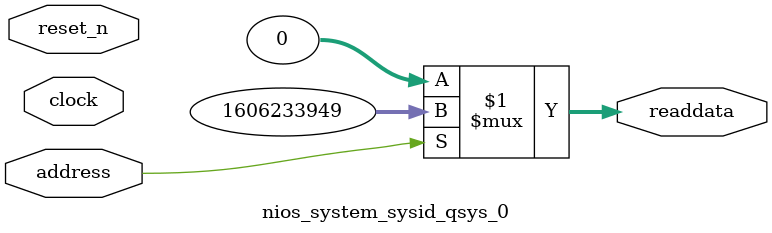
<source format=v>



// synthesis translate_off
`timescale 1ns / 1ps
// synthesis translate_on

// turn off superfluous verilog processor warnings 
// altera message_level Level1 
// altera message_off 10034 10035 10036 10037 10230 10240 10030 

module nios_system_sysid_qsys_0 (
               // inputs:
                address,
                clock,
                reset_n,

               // outputs:
                readdata
             )
;

  output  [ 31: 0] readdata;
  input            address;
  input            clock;
  input            reset_n;

  wire    [ 31: 0] readdata;
  //control_slave, which is an e_avalon_slave
  assign readdata = address ? 1606233949 : 0;

endmodule



</source>
